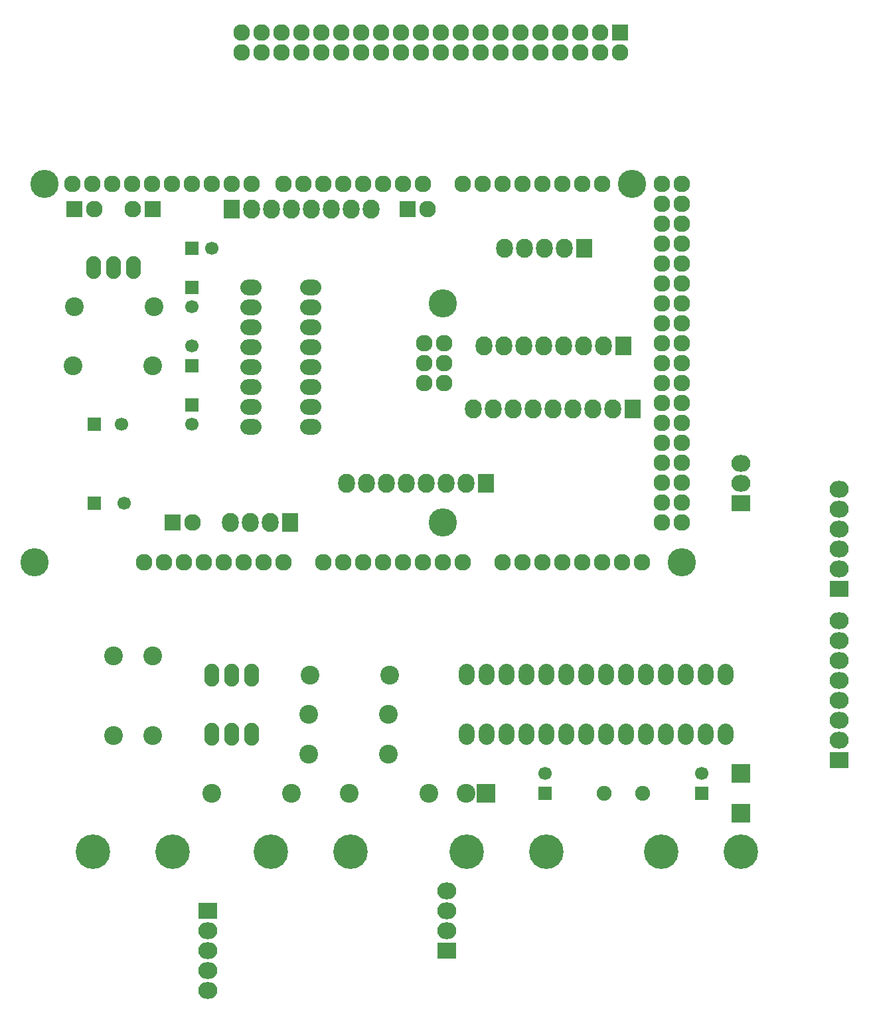
<source format=gts>
G04 #@! TF.FileFunction,Soldermask,Top*
%FSLAX46Y46*%
G04 Gerber Fmt 4.6, Leading zero omitted, Abs format (unit mm)*
G04 Created by KiCad (PCBNEW 4.0.2+dfsg1-stable) date fr. 25. okt. 2019 kl. 08.56 +0200*
%MOMM*%
G01*
G04 APERTURE LIST*
%ADD10C,0.100000*%
%ADD11O,2.127200X2.127200*%
%ADD12C,3.600000*%
%ADD13R,1.700000X1.700000*%
%ADD14C,1.700000*%
%ADD15R,2.400000X2.400000*%
%ADD16C,2.400000*%
%ADD17O,2.000000X2.700000*%
%ADD18C,4.400500*%
%ADD19R,2.127200X2.432000*%
%ADD20O,2.127200X2.432000*%
%ADD21R,2.127200X2.127200*%
%ADD22R,2.432000X2.127200*%
%ADD23O,2.432000X2.127200*%
%ADD24C,2.398980*%
%ADD25O,1.901140X2.899360*%
%ADD26O,2.700000X2.000000*%
%ADD27C,1.901140*%
%ADD28R,2.398980X2.398980*%
G04 APERTURE END LIST*
D10*
D11*
X212087000Y-79720000D03*
X214627000Y-79720000D03*
X214627000Y-77180000D03*
X212087000Y-77180000D03*
X214627000Y-74640000D03*
X199260000Y-102580000D03*
X194180000Y-102580000D03*
X191640000Y-102580000D03*
X189100000Y-102580000D03*
X186560000Y-102580000D03*
X184020000Y-102580000D03*
X181480000Y-102580000D03*
X178940000Y-102580000D03*
X234820000Y-54320000D03*
X232280000Y-54320000D03*
X229740000Y-54320000D03*
X227200000Y-54320000D03*
X224660000Y-54320000D03*
X222120000Y-54320000D03*
X219580000Y-54320000D03*
X217040000Y-54320000D03*
X211960000Y-54320000D03*
X209420000Y-54320000D03*
X206880000Y-54320000D03*
X204340000Y-54320000D03*
X201800000Y-54320000D03*
X199260000Y-54320000D03*
X196720000Y-54320000D03*
X194180000Y-54320000D03*
X174876000Y-54320000D03*
X190116000Y-54320000D03*
X187576000Y-54320000D03*
X185036000Y-54320000D03*
D12*
X214500000Y-97500000D03*
X214500000Y-69560000D03*
X238630000Y-54320000D03*
X163700000Y-54320000D03*
X244980000Y-102580000D03*
X162430000Y-102580000D03*
D11*
X167256000Y-54320000D03*
X169796000Y-54320000D03*
X172336000Y-54320000D03*
X177416000Y-54320000D03*
X179956000Y-54320000D03*
X182496000Y-54320000D03*
X176400000Y-102580000D03*
X201800000Y-102580000D03*
X204340000Y-102580000D03*
X206880000Y-102580000D03*
X209420000Y-102580000D03*
X211960000Y-102580000D03*
X214500000Y-102580000D03*
X217040000Y-102580000D03*
X222120000Y-102580000D03*
X224660000Y-102580000D03*
X227200000Y-102580000D03*
X229740000Y-102580000D03*
X232280000Y-102580000D03*
X234820000Y-102580000D03*
X237360000Y-102580000D03*
X239900000Y-102580000D03*
X242440000Y-54320000D03*
X244980000Y-54320000D03*
X242440000Y-56860000D03*
X244980000Y-56860000D03*
X242440000Y-59400000D03*
X244980000Y-59400000D03*
X242440000Y-61940000D03*
X244980000Y-61940000D03*
X242440000Y-64480000D03*
X244980000Y-64480000D03*
X242440000Y-67020000D03*
X244980000Y-67020000D03*
X242440000Y-69560000D03*
X244980000Y-69560000D03*
X242440000Y-72100000D03*
X244980000Y-72100000D03*
X242440000Y-74640000D03*
X244980000Y-74640000D03*
X242440000Y-77180000D03*
X244980000Y-77180000D03*
X242440000Y-79720000D03*
X244980000Y-79720000D03*
X242440000Y-82260000D03*
X244980000Y-82260000D03*
X242440000Y-84800000D03*
X244980000Y-84800000D03*
X242440000Y-87340000D03*
X244980000Y-87340000D03*
X242440000Y-89880000D03*
X244980000Y-89880000D03*
X242440000Y-92420000D03*
X244980000Y-92420000D03*
X242440000Y-94960000D03*
X244980000Y-94960000D03*
X242440000Y-97500000D03*
X244980000Y-97500000D03*
X212087000Y-74640000D03*
D13*
X247500000Y-132000000D03*
D14*
X247500000Y-129500000D03*
D13*
X227500000Y-132000000D03*
D14*
X227500000Y-129500000D03*
X173500000Y-85000000D03*
D13*
X170000000Y-85000000D03*
X182500000Y-67500000D03*
D14*
X182500000Y-70000000D03*
D13*
X182500000Y-62500000D03*
D14*
X185000000Y-62500000D03*
D13*
X182500000Y-77500000D03*
D14*
X182500000Y-75000000D03*
D13*
X182500000Y-82500000D03*
D14*
X182500000Y-85000000D03*
D13*
X170000000Y-95000000D03*
D14*
X173800000Y-95000000D03*
D15*
X220000000Y-132000000D03*
D16*
X217460000Y-132000000D03*
D17*
X217500000Y-124500000D03*
X220040000Y-124500000D03*
X222580000Y-124500000D03*
X225120000Y-124500000D03*
X227660000Y-124500000D03*
X230200000Y-124500000D03*
X232740000Y-124500000D03*
X235280000Y-124500000D03*
X237820000Y-124500000D03*
X240360000Y-124500000D03*
X242900000Y-124500000D03*
X245440000Y-124500000D03*
X247980000Y-124500000D03*
X250520000Y-124500000D03*
X250520000Y-116880000D03*
X247980000Y-116880000D03*
X245440000Y-116880000D03*
X242900000Y-116880000D03*
X240360000Y-116880000D03*
X237820000Y-116880000D03*
X235280000Y-116880000D03*
X232740000Y-116880000D03*
X230200000Y-116880000D03*
X227660000Y-116880000D03*
X225120000Y-116880000D03*
X222580000Y-116880000D03*
X220040000Y-116880000D03*
X217500000Y-116880000D03*
D18*
X180000000Y-139500000D03*
X169840000Y-139500000D03*
X217500000Y-139500000D03*
X227660000Y-139500000D03*
X192500000Y-139500000D03*
X202660000Y-139500000D03*
X252500000Y-139500000D03*
X242340000Y-139500000D03*
D19*
X238660000Y-83000000D03*
D20*
X236120000Y-83000000D03*
X233580000Y-83000000D03*
X231040000Y-83000000D03*
X228500000Y-83000000D03*
X225960000Y-83000000D03*
X223420000Y-83000000D03*
X220880000Y-83000000D03*
X218340000Y-83000000D03*
D19*
X237500000Y-75000000D03*
D20*
X234960000Y-75000000D03*
X232420000Y-75000000D03*
X229880000Y-75000000D03*
X227340000Y-75000000D03*
X224800000Y-75000000D03*
X222260000Y-75000000D03*
X219720000Y-75000000D03*
D19*
X232500000Y-62500000D03*
D20*
X229960000Y-62500000D03*
X227420000Y-62500000D03*
X224880000Y-62500000D03*
X222340000Y-62500000D03*
D19*
X195000000Y-97500000D03*
D20*
X192460000Y-97500000D03*
X189920000Y-97500000D03*
X187380000Y-97500000D03*
D21*
X177500000Y-57500000D03*
D11*
X174960000Y-57500000D03*
D19*
X220000000Y-92500000D03*
D20*
X217460000Y-92500000D03*
X214920000Y-92500000D03*
X212380000Y-92500000D03*
X209840000Y-92500000D03*
X207300000Y-92500000D03*
X204760000Y-92500000D03*
X202220000Y-92500000D03*
D19*
X187500000Y-57500000D03*
D20*
X190040000Y-57500000D03*
X192580000Y-57500000D03*
X195120000Y-57500000D03*
X197660000Y-57500000D03*
X200200000Y-57500000D03*
X202740000Y-57500000D03*
X205280000Y-57500000D03*
D22*
X252500000Y-95000000D03*
D23*
X252500000Y-92460000D03*
X252500000Y-89920000D03*
D21*
X167500000Y-57500000D03*
D11*
X170040000Y-57500000D03*
D21*
X210000000Y-57500000D03*
D11*
X212540000Y-57500000D03*
D21*
X180000000Y-97500000D03*
D11*
X182540000Y-97500000D03*
D24*
X177500000Y-114500000D03*
X177500000Y-124660000D03*
X172500000Y-114500000D03*
X172500000Y-124660000D03*
X207500000Y-122000000D03*
X197340000Y-122000000D03*
X202500000Y-132000000D03*
X212660000Y-132000000D03*
X185000000Y-132000000D03*
X195160000Y-132000000D03*
X197500000Y-117000000D03*
X207660000Y-117000000D03*
X207500000Y-127000000D03*
X197340000Y-127000000D03*
X177500000Y-77500000D03*
X167340000Y-77500000D03*
X167500000Y-70000000D03*
X177660000Y-70000000D03*
D25*
X187500000Y-124500000D03*
X184960000Y-124500000D03*
X190040000Y-124500000D03*
X187500000Y-117000000D03*
X184960000Y-117000000D03*
X190040000Y-117000000D03*
D26*
X190000000Y-67500000D03*
X190000000Y-70040000D03*
X190000000Y-72580000D03*
X190000000Y-75120000D03*
X190000000Y-77660000D03*
X190000000Y-80200000D03*
X190000000Y-82740000D03*
X190000000Y-85280000D03*
X197620000Y-85280000D03*
X197620000Y-82740000D03*
X197620000Y-80200000D03*
X197620000Y-77660000D03*
X197620000Y-75120000D03*
X197620000Y-72580000D03*
X197620000Y-70040000D03*
X197620000Y-67500000D03*
D25*
X172500000Y-65000000D03*
X169960000Y-65000000D03*
X175040000Y-65000000D03*
D27*
X235059060Y-132000000D03*
X239940940Y-132000000D03*
D28*
X252500000Y-134540000D03*
X252500000Y-129460000D03*
D22*
X265000000Y-106000000D03*
D23*
X265000000Y-103460000D03*
X265000000Y-100920000D03*
X265000000Y-98380000D03*
X265000000Y-95840000D03*
X265000000Y-93300000D03*
D22*
X265000000Y-127780000D03*
D23*
X265000000Y-125240000D03*
X265000000Y-122700000D03*
X265000000Y-120160000D03*
X265000000Y-117620000D03*
X265000000Y-115080000D03*
X265000000Y-112540000D03*
X265000000Y-110000000D03*
D21*
X237080000Y-35000000D03*
D11*
X237080000Y-37540000D03*
X234540000Y-35000000D03*
X234540000Y-37540000D03*
X232000000Y-35000000D03*
X232000000Y-37540000D03*
X229460000Y-35000000D03*
X229460000Y-37540000D03*
X226920000Y-35000000D03*
X226920000Y-37540000D03*
X224380000Y-35000000D03*
X224380000Y-37540000D03*
X221840000Y-35000000D03*
X221840000Y-37540000D03*
X219300000Y-35000000D03*
X219300000Y-37540000D03*
X216760000Y-35000000D03*
X216760000Y-37540000D03*
X214220000Y-35000000D03*
X214220000Y-37540000D03*
X211680000Y-35000000D03*
X211680000Y-37540000D03*
X209140000Y-35000000D03*
X209140000Y-37540000D03*
X206600000Y-35000000D03*
X206600000Y-37540000D03*
X204060000Y-35000000D03*
X204060000Y-37540000D03*
X201520000Y-35000000D03*
X201520000Y-37540000D03*
X198980000Y-35000000D03*
X198980000Y-37540000D03*
X196440000Y-35000000D03*
X196440000Y-37540000D03*
X193900000Y-35000000D03*
X193900000Y-37540000D03*
X191360000Y-35000000D03*
X191360000Y-37540000D03*
X188820000Y-35000000D03*
X188820000Y-37540000D03*
D22*
X184520000Y-147000000D03*
D23*
X184520000Y-149540000D03*
X184520000Y-152080000D03*
X184520000Y-154620000D03*
X184520000Y-157160000D03*
D22*
X215000000Y-152080000D03*
D23*
X215000000Y-149540000D03*
X215000000Y-147000000D03*
X215000000Y-144460000D03*
M02*

</source>
